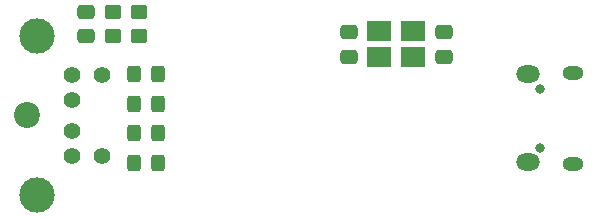
<source format=gbr>
%TF.GenerationSoftware,KiCad,Pcbnew,(6.0.0)*%
%TF.CreationDate,2022-01-04T17:40:29-06:00*%
%TF.ProjectId,minirib-usb,6d696e69-7269-4622-9d75-73622e6b6963,B*%
%TF.SameCoordinates,Original*%
%TF.FileFunction,Soldermask,Bot*%
%TF.FilePolarity,Negative*%
%FSLAX46Y46*%
G04 Gerber Fmt 4.6, Leading zero omitted, Abs format (unit mm)*
G04 Created by KiCad (PCBNEW (6.0.0)) date 2022-01-04 17:40:29*
%MOMM*%
%LPD*%
G01*
G04 APERTURE LIST*
G04 Aperture macros list*
%AMRoundRect*
0 Rectangle with rounded corners*
0 $1 Rounding radius*
0 $2 $3 $4 $5 $6 $7 $8 $9 X,Y pos of 4 corners*
0 Add a 4 corners polygon primitive as box body*
4,1,4,$2,$3,$4,$5,$6,$7,$8,$9,$2,$3,0*
0 Add four circle primitives for the rounded corners*
1,1,$1+$1,$2,$3*
1,1,$1+$1,$4,$5*
1,1,$1+$1,$6,$7*
1,1,$1+$1,$8,$9*
0 Add four rect primitives between the rounded corners*
20,1,$1+$1,$2,$3,$4,$5,0*
20,1,$1+$1,$4,$5,$6,$7,0*
20,1,$1+$1,$6,$7,$8,$9,0*
20,1,$1+$1,$8,$9,$2,$3,0*%
G04 Aperture macros list end*
%ADD10C,2.200000*%
%ADD11C,1.400000*%
%ADD12C,3.000000*%
%ADD13O,0.800000X0.800000*%
%ADD14O,1.800000X1.150000*%
%ADD15O,2.000000X1.450000*%
%ADD16RoundRect,0.250000X0.475000X-0.337500X0.475000X0.337500X-0.475000X0.337500X-0.475000X-0.337500X0*%
%ADD17RoundRect,0.249999X-0.325001X-0.450001X0.325001X-0.450001X0.325001X0.450001X-0.325001X0.450001X0*%
%ADD18RoundRect,0.249999X-0.450001X0.350001X-0.450001X-0.350001X0.450001X-0.350001X0.450001X0.350001X0*%
%ADD19RoundRect,0.249999X0.450001X-0.350001X0.450001X0.350001X-0.450001X0.350001X-0.450001X-0.350001X0*%
%ADD20RoundRect,0.250000X-0.475000X0.337500X-0.475000X-0.337500X0.475000X-0.337500X0.475000X0.337500X0*%
%ADD21R,2.100000X1.800000*%
G04 APERTURE END LIST*
D10*
%TO.C,J2*%
X125000000Y-101000000D03*
D11*
X128800000Y-102300000D03*
X128800000Y-99700000D03*
X128800000Y-104400000D03*
X128800000Y-97600000D03*
X131300000Y-104400000D03*
X131300000Y-97600000D03*
D12*
X125800000Y-107750000D03*
X125800000Y-94250000D03*
%TD*%
D13*
%TO.C,J1*%
X168450000Y-103750000D03*
X168450000Y-98750000D03*
D14*
X171200000Y-97375000D03*
X171200000Y-105125000D03*
D15*
X167400000Y-104975000D03*
X167400000Y-97525000D03*
%TD*%
D16*
%TO.C,C3*%
X130000000Y-94287500D03*
X130000000Y-92212500D03*
%TD*%
D17*
%TO.C,D1*%
X134000000Y-100000000D03*
X136050000Y-100000000D03*
%TD*%
%TO.C,D2*%
X134000000Y-97500000D03*
X136050000Y-97500000D03*
%TD*%
%TO.C,D3*%
X134000000Y-105000000D03*
X136050000Y-105000000D03*
%TD*%
%TO.C,D4*%
X134000000Y-102500000D03*
X136050000Y-102500000D03*
%TD*%
D18*
%TO.C,R3*%
X132250000Y-92250000D03*
X132250000Y-94250000D03*
%TD*%
D19*
%TO.C,R4*%
X134500000Y-94250000D03*
X134500000Y-92250000D03*
%TD*%
D20*
%TO.C,C2*%
X152250000Y-93962500D03*
X152250000Y-96037500D03*
%TD*%
D21*
%TO.C,Y1*%
X157700000Y-96100000D03*
X154800000Y-96100000D03*
X154800000Y-93900000D03*
X157700000Y-93900000D03*
%TD*%
D16*
%TO.C,C9*%
X160250000Y-96037500D03*
X160250000Y-93962500D03*
%TD*%
M02*

</source>
